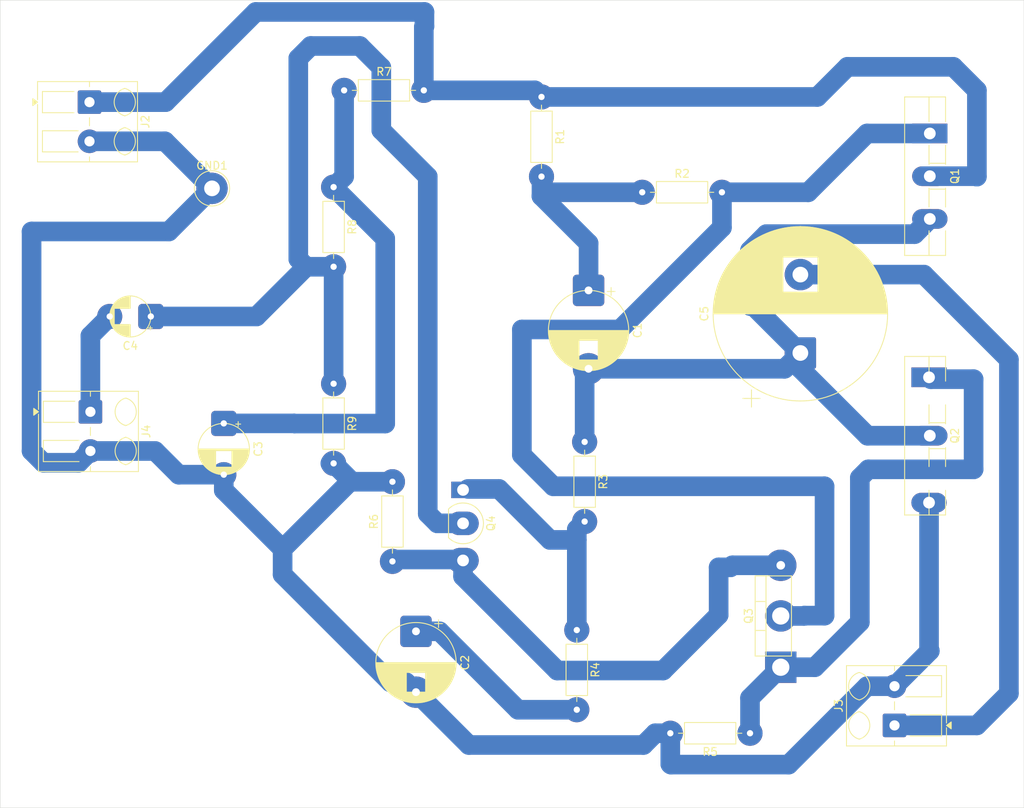
<source format=kicad_pcb>
(kicad_pcb (version 20241229) (generator "pcbnew") (generator_version "9.0")
  (layers (0 "F.Cu" signal) (2 "B.Cu" signal) (13 "F.Paste" user) (15 "B.Paste" user) (5 "F.SilkS" user "F.Silkscreen") (7 "B.SilkS" user "B.Silkscreen") (1 "F.Mask" user) (3 "B.Mask" user) (25 "Edge.Cuts" user))
  (net 0 "")
  (net 1 "Net-(Q1-E)")
  (net 2 "Net-(C1-Pad1)")
  (net 3 "GND")
  (net 4 "Net-(C2-Pad1)")
  (net 5 "Net-(C3-Pad1)")
  (net 6 "Net-(Q4-B)")
  (net 7 "Net-(J4-Pin_1)")
  (net 8 "Net-(J3-Pin_1)")
  (net 9 "Net-(J2-Pin_1)")
  (net 10 "Net-(Q1-B)")
  (net 11 "Net-(Q2-B)")
  (net 12 "Net-(Q3-B)")
  (net 13 "Net-(Q4-C)")
  (footprint "Capacitor_THT:CP_Radial_D5.0mm_P2.00mm" (layer "F.Cu") (at 20 42 180)
    (property "Reference" "C4" (at 1 -3.75 0) (layer "F.SilkS"))
    (property "Value" "10u")
    (pad "1" thru_hole roundrect (at -1.62 0 180) (size 3.2 3.2) (drill 0.8) (layers "*.Cu" "*.Mask") (roundrect_rratio 0.15625) (net 6 "Net-(Q4-B)"))
    (pad "2" thru_hole circle (at 3.62 0 180) (size 3.2 3.2) (drill 0.8) (layers "*.Cu" "*.Mask") (net 7 "Net-(J4-Pin_1)"))
  )
  (footprint "Resistor_THT:R_Axial_DIN0207_L6.3mm_D2.5mm_P10.16mm_Horizontal" (layer "F.Cu") (at 75.92 82 -90)
    (property "Reference" "R4" (at 5.08 -2.37 90) (layer "F.SilkS"))
    (property "Value" "220R")
    (pad "1" thru_hole circle (at 0 0 270) (size 3.2 3.2) (drill 0.8) (layers "*.Cu" "*.Mask") (net 13 "Net-(Q4-C)"))
    (pad "2" thru_hole circle (at 10.16 0 270) (size 3.2 3.2) (drill 0.8) (layers "*.Cu" "*.Mask") (net 4 "Net-(C2-Pad1)"))
  )
  (footprint "TerminalBlock_Altech:Altech_AK300_1x02_P5.00mm_45-Degree" (layer "F.Cu") (at 13.92 54.16 -90)
    (property "Reference" "J4" (at 2.5 -7.12 90) (layer "F.SilkS"))
    (property "Value" "Audio In")
    (pad "1" thru_hole roundrect (at 0 0 270) (size 3 3) (drill 1.3) (layers "*.Cu" "*.Mask") (roundrect_rratio 0.083333) (net 7 "Net-(J4-Pin_1)"))
    (pad "2" thru_hole circle (at 5 0 270) (size 3 3) (drill 1.3) (layers "*.Cu" "*.Mask") (net 3 "GND"))
  )
  (footprint "Capacitor_THT:CP_Radial_D6.3mm_P2.50mm" (layer "F.Cu") (at 30.92 57.66 -90)
    (property "Reference" "C3" (at 1.25 -4.4 90) (layer "F.SilkS"))
    (property "Value" "100u")
    (pad "1" thru_hole roundrect (at -2.02 0 270) (size 3.2 3.2) (drill 0.8) (layers "*.Cu" "*.Mask") (roundrect_rratio 0.15625) (net 5 "Net-(C3-Pad1)"))
    (pad "2" thru_hole circle (at 4.52 0 270) (size 3.2 3.2) (drill 0.8) (layers "*.Cu" "*.Mask") (net 3 "GND"))
  )
  (footprint "Resistor_THT:R_Axial_DIN0207_L6.3mm_D2.5mm_P10.16mm_Horizontal" (layer "F.Cu") (at 71.42 14 -90)
    (property "Reference" "R1" (at 5.08 -2.37 90) (layer "F.SilkS"))
    (property "Value" "100R")
    (pad "1" thru_hole circle (at 0 0 270) (size 3.2 3.2) (drill 0.8) (layers "*.Cu" "*.Mask") (net 9 "Net-(J2-Pin_1)"))
    (pad "2" thru_hole circle (at 10.16 0 270) (size 3.2 3.2) (drill 0.8) (layers "*.Cu" "*.Mask") (net 2 "Net-(C1-Pad1)"))
  )
  (footprint "Resistor_THT:R_Axial_DIN0207_L6.3mm_D2.5mm_P10.16mm_Horizontal" (layer "F.Cu") (at 76.92 58 -90)
    (property "Reference" "R3" (at 5.08 -2.37 90) (layer "F.SilkS"))
    (property "Value" "2k7")
    (pad "1" thru_hole circle (at 0 0 270) (size 3.2 3.2) (drill 0.8) (layers "*.Cu" "*.Mask") (net 1 "Net-(Q1-E)"))
    (pad "2" thru_hole circle (at 10.16 0 270) (size 3.2 3.2) (drill 0.8) (layers "*.Cu" "*.Mask") (net 13 "Net-(Q4-C)"))
  )
  (footprint "Resistor_THT:R_Axial_DIN0207_L6.3mm_D2.5mm_P10.16mm_Horizontal" (layer "F.Cu") (at 46.26 13.16)
    (property "Reference" "R7" (at 5.08 -2.37 0) (layer "F.SilkS"))
    (property "Value" "39k")
    (pad "1" thru_hole circle (at 0 0) (size 3.2 3.2) (drill 0.8) (layers "*.Cu" "*.Mask") (net 5 "Net-(C3-Pad1)"))
    (pad "2" thru_hole circle (at 10.16 0) (size 3.2 3.2) (drill 0.8) (layers "*.Cu" "*.Mask") (net 9 "Net-(J2-Pin_1)"))
  )
  (footprint "TestPoint:TestPoint_THTPad_D4.0mm_Drill2.0mm" (layer "F.Cu") (at 29.42 25.66)
    (property "Reference" "GND1" (at 0 -2.898 0) (layer "F.SilkS"))
    (property "Value" "GROUND STAR")
    (pad "1" thru_hole circle (at 0 0) (size 4 4) (drill 2) (layers "*.Cu" "*.Mask") (net 3 "GND"))
  )
  (footprint "TerminalBlock_Altech:Altech_AK300_1x02_P5.00mm_45-Degree" (layer "F.Cu") (at 116.42 94.16 90)
    (property "Reference" "J3" (at 2.5 -7.12 90) (layer "F.SilkS"))
    (property "Value" "Audio Out")
    (pad "1" thru_hole roundrect (at 0 0 90) (size 3 3) (drill 1.3) (layers "*.Cu" "*.Mask") (roundrect_rratio 0.083333) (net 8 "Net-(J3-Pin_1)"))
    (pad "2" thru_hole circle (at 5 0 90) (size 3 3) (drill 1.3) (layers "*.Cu" "*.Mask") (net 3 "GND"))
  )
  (footprint "Package_TO_SOT_THT:TO-92_Inline" (layer "F.Cu") (at 61.42 67.12 -90)
    (property "Reference" "Q4" (at 1.27 -3.56 90) (layer "F.SilkS"))
    (property "Value" "BC556")
    (pad "1" thru_hole rect (at -3 0 270) (size 2.1 3) (drill 1.5) (layers "*.Cu" "*.Mask") (net 13 "Net-(Q4-C)"))
    (pad "2" thru_hole oval (at 1.27 0 270) (size 3 4) (drill 1.5) (layers "*.Cu" "*.Mask") (net 6 "Net-(Q4-B)"))
    (pad "3" thru_hole oval (at 6 0 270) (size 3.2 4) (drill 1.5) (layers "*.Cu" "*.Mask") (net 12 "Net-(Q3-B)"))
  )
  (footprint "Capacitor_THT:CP_Radial_D10.0mm_P5.00mm" (layer "F.Cu") (at 55.42 83.66 -90)
    (property "Reference" "C2" (at 2.5 -6.25 90) (layer "F.SilkS"))
    (property "Value" "330u")
    (pad "1" thru_hole roundrect (at -1.5 0 270) (size 4 4) (drill 1) (layers "*.Cu" "*.Mask") (roundrect_rratio 0.125) (net 4 "Net-(C2-Pad1)"))
    (pad "2" thru_hole circle (at 6.26 0 270) (size 4 4) (drill 1) (layers "*.Cu" "*.Mask") (net 3 "GND"))
  )
  (footprint "Resistor_THT:R_Axial_DIN0207_L6.3mm_D2.5mm_P10.16mm_Horizontal" (layer "F.Cu") (at 44.92 50.58 -90)
    (property "Reference" "R9" (at 5.08 -2.37 90) (layer "F.SilkS"))
    (property "Value" "100k")
    (pad "1" thru_hole circle (at 0 0 270) (size 3.2 3.2) (drill 0.8) (layers "*.Cu" "*.Mask") (net 6 "Net-(Q4-B)"))
    (pad "2" thru_hole circle (at 10.16 0 270) (size 3.2 3.2) (drill 0.8) (layers "*.Cu" "*.Mask") (net 3 "GND"))
  )
  (footprint "Package_TO_SOT_THT:TO-220-3_Vertical" (layer "F.Cu") (at 101.92 82.74 90)
    (property "Reference" "Q3" (at 2.54 -4.1 90) (layer "F.SilkS"))
    (property "Value" "MJE340")
    (pad "1" thru_hole rect (at -4 0 90) (size 4 4) (drill 2.2) (layers "*.Cu" "*.Mask") (net 11 "Net-(Q2-B)"))
    (pad "2" thru_hole oval (at 2.54 0 90) (size 4 4) (drill 2.2) (layers "*.Cu" "*.Mask") (net 10 "Net-(Q1-B)"))
    (pad "3" thru_hole oval (at 9 0 90) (size 4 4) (drill 1.1) (layers "*.Cu" "*.Mask") (net 12 "Net-(Q3-B)"))
  )
  (footprint "Package_TO_SOT_THT:TO-264-3_Vertical" (layer "F.Cu") (at 120.92 18.66 -90)
    (property "Reference" "Q1" (at 5.45 -3.2 90) (layer "F.SilkS"))
    (property "Value" "2SC5200")
    (pad "1" thru_hole rect (at 0 0 270) (size 2.5 4.5) (drill 1.5) (layers "*.Cu" "*.Mask") (net 10 "Net-(Q1-B)"))
    (pad "2" thru_hole oval (at 5.45 0 270) (size 2.5 4.5) (drill 1.5) (layers "*.Cu" "*.Mask") (net 9 "Net-(J2-Pin_1)"))
    (pad "3" thru_hole oval (at 10.9 0 270) (size 2.5 4.5) (drill 1.5) (layers "*.Cu" "*.Mask") (net 1 "Net-(Q1-E)"))
  )
  (footprint "Resistor_THT:R_Axial_DIN0207_L6.3mm_D2.5mm_P10.16mm_Horizontal" (layer "F.Cu") (at 44.92 25.5 -90)
    (property "Reference" "R8" (at 5.08 -2.37 90) (layer "F.SilkS"))
    (property "Value" "100k")
    (pad "1" thru_hole circle (at 0 0 270) (size 3.2 3.2) (drill 0.8) (layers "*.Cu" "*.Mask") (net 5 "Net-(C3-Pad1)"))
    (pad "2" thru_hole circle (at 10.16 0 270) (size 3.2 3.2) (drill 0.8) (layers "*.Cu" "*.Mask") (net 6 "Net-(Q4-B)"))
  )
  (footprint "Resistor_THT:R_Axial_DIN0207_L6.3mm_D2.5mm_P10.16mm_Horizontal" (layer "F.Cu") (at 84.26 26.16)
    (property "Reference" "R2" (at 5.08 -2.37 0) (layer "F.SilkS"))
    (property "Value" "560R")
    (pad "1" thru_hole circle (at 0 0) (size 3.2 3.2) (drill 0.8) (layers "*.Cu" "*.Mask") (net 2 "Net-(C1-Pad1)"))
    (pad "2" thru_hole circle (at 10.16 0) (size 3.2 3.2) (drill 0.8) (layers "*.Cu" "*.Mask") (net 10 "Net-(Q1-B)"))
  )
  (footprint "Resistor_THT:R_Axial_DIN0207_L6.3mm_D2.5mm_P10.16mm_Horizontal" (layer "F.Cu") (at 52.42 73.24 90)
    (property "Reference" "R6" (at 5.08 -2.37 90) (layer "F.SilkS"))
    (property "Value" "2k")
    (pad "1" thru_hole circle (at 0 0 90) (size 3.2 3.2) (drill 0.8) (layers "*.Cu" "*.Mask") (net 12 "Net-(Q3-B)"))
    (pad "2" thru_hole circle (at 10.16 0 90) (size 3.2 3.2) (drill 0.8) (layers "*.Cu" "*.Mask") (net 3 "GND"))
  )
  (footprint "Capacitor_THT:CP_Radial_D10.0mm_P5.00mm" (layer "F.Cu") (at 77.42 41.292323 -90)
    (property "Reference" "C1" (at 2.5 -6.25 90) (layer "F.SilkS"))
    (property "Value" "330u")
    (pad "1" thru_hole roundrect (at -2.62 0 270) (size 4 4) (drill 1) (layers "*.Cu" "*.Mask") (roundrect_rratio 0.125) (net 2 "Net-(C1-Pad1)"))
    (pad "2" thru_hole circle (at 7.38 0 270) (size 4 4) (drill 1) (layers "*.Cu" "*.Mask") (net 1 "Net-(Q1-E)"))
  )
  (footprint "Capacitor_THT:CP_Radial_D22.0mm_P10.00mm_SnapIn" (layer "F.Cu") (at 104.42 46.66 90)
    (property "Reference" "C5" (at 5 -12.25 90) (layer "F.SilkS"))
    (property "Value" "4700 µF x 50 V")
    (pad "1" thru_hole roundrect (at 0 0 90) (size 4 4) (drill 2) (layers "*.Cu" "*.Mask") (roundrect_rratio 0.0625) (net 1 "Net-(Q1-E)"))
    (pad "2" thru_hole circle (at 10 0 90) (size 4 4) (drill 2) (layers "*.Cu" "*.Mask") (net 8 "Net-(J3-Pin_1)"))
  )
  (footprint "Package_TO_SOT_THT:TO-264-3_Vertical" (layer "F.Cu") (at 120.92 51.76 -90)
    (property "Reference" "Q2" (at 5.45 -3.2 90) (layer "F.SilkS"))
    (property "Value" "2SC5200")
    (pad "1" thru_hole rect (at -2 0.1 270) (size 2.5 4.5) (drill 1.5) (layers "*.Cu" "*.Mask") (net 11 "Net-(Q2-B)"))
    (pad "2" thru_hole oval (at 5.45 0 270) (size 2.5 4.5) (drill 1.5) (layers "*.Cu" "*.Mask") (net 1 "Net-(Q1-E)"))
    (pad "3" thru_hole oval (at 13.985 0.1 270) (size 2.5 4.5) (drill 1.5) (layers "*.Cu" "*.Mask") (net 3 "GND"))
  )
  (footprint "TerminalBlock_Altech:Altech_AK300_1x02_P5.00mm_45-Degree" (layer "F.Cu") (at 13.8025 14.66 -90)
    (property "Reference" "J2" (at 2.5 -7.12 90) (layer "F.SilkS"))
    (property "Value" "Power In")
    (pad "1" thru_hole roundrect (at 0 0 270) (size 3 3) (drill 1.3) (layers "*.Cu" "*.Mask") (roundrect_rratio 0.083333) (net 9 "Net-(J2-Pin_1)"))
    (pad "2" thru_hole circle (at 5 0 270) (size 3 3) (drill 1.3) (layers "*.Cu" "*.Mask") (net 3 "GND"))
  )
  (footprint "Resistor_THT:R_Axial_DIN0207_L6.3mm_D2.5mm_P10.16mm_Horizontal" (layer "F.Cu") (at 98 95.16 180)
    (property "Reference" "R5" (at 5.08 -2.37 0) (layer "F.SilkS"))
    (property "Value" "2k2")
    (pad "1" thru_hole circle (at 0 0 180) (size 3.2 3.2) (drill 0.8) (layers "*.Cu" "*.Mask") (net 11 "Net-(Q2-B)"))
    (pad "2" thru_hole circle (at 10.16 0 180) (size 3.2 3.2) (drill 0.8) (layers "*.Cu" "*.Mask") (net 3 "GND"))
  )
  (gr_rect (start 2.42 1.66) (end 132.92 104.66) (stroke (width 0.05)) (fill no) (layer "Edge.Cuts"))
  (segment (start 98 33.58) (end 100.08 31.5) (width 2.5) (layer "B.Cu") (net 1))
  (segment (start 100.08 31.5) (end 118.98 31.5) (width 2.5) (layer "B.Cu") (net 1))
  (segment (start 102.407677 48.672323) (end 104.42 46.66) (width 2.5) (layer "B.Cu") (net 1))
  (segment (start 98 40.66) (end 98 33.58) (width 2.5) (layer "B.Cu") (net 1))
  (segment (start 76.92 58) (end 76.92 49.172323) (width 2.5) (layer "B.Cu") (net 1))
  (segment (start 76.92 49.172323) (end 77.42 48.672323) (width 2.5) (layer "B.Cu") (net 1))
  (segment (start 104.42 48.66) (end 112.97 57.21) (width 2.5) (layer "B.Cu") (net 1))
  (segment (start 104.42 46.66) (end 98.42 40.66) (width 2.5) (layer "B.Cu") (net 1))
  (segment (start 98.42 40.66) (end 98 40.66) (width 2.5) (layer "B.Cu") (net 1))
  (segment (start 118.98 31.5) (end 120.92 29.56) (width 2.5) (layer "B.Cu") (net 1))
  (segment (start 112.97 57.21) (end 120.92 57.21) (width 2.5) (layer "B.Cu") (net 1))
  (segment (start 77.42 48.672323) (end 102.407677 48.672323) (width 2.5) (layer "B.Cu") (net 1))
  (segment (start 104.42 46.66) (end 104.42 48.66) (width 2.5) (layer "B.Cu") (net 1))
  (segment (start 71.42 26.66) (end 77.42 32.66) (width 2.5) (layer "B.Cu") (net 2))
  (segment (start 84.26 26.16) (end 71.92 26.16) (width 2.5) (layer "B.Cu") (net 2))
  (segment (start 77.42 32.66) (end 77.42 38.672323) (width 2.5) (layer "B.Cu") (net 2))
  (segment (start 71.92 26.16) (end 71.42 26.66) (width 2.5) (layer "B.Cu") (net 2))
  (segment (start 71.42 24.16) (end 71.42 26.66) (width 2.5) (layer "B.Cu") (net 2))
  (segment (start 7.92 60.66) (end 12.42 60.66) (width 2.5) (layer "B.Cu") (net 3))
  (segment (start 87.84 95.16) (end 87.84 99.08) (width 2.5) (layer "B.Cu") (net 3))
  (segment (start 22.16 59.16) (end 25.18 62.18) (width 2.5) (layer "B.Cu") (net 3))
  (segment (start 44.92 60.74) (end 44.5 60.74) (width 2.5) (layer "B.Cu") (net 3))
  (segment (start 120.92 84.66) (end 120.82 84.56) (width 2.5) (layer "B.Cu") (net 3))
  (segment (start 30.92 62.18) (end 30.92 64.16) (width 2.5) (layer "B.Cu") (net 3))
  (segment (start 120.92 84.66) (end 116.42 89.16) (width 2.5) (layer "B.Cu") (net 3))
  (segment (start 54.16 88.66) (end 62.16 96.66) (width 2.5) (layer "B.Cu") (net 3))
  (segment (start 38.42 74.92) (end 52.16 88.66) (width 2.5) (layer "B.Cu") (net 3))
  (segment (start 87.84 99.08) (end 87.92 99.16) (width 2.5) (layer "B.Cu") (net 3))
  (segment (start 30.92 64.16) (end 38.42 71.66) (width 2.5) (layer "B.Cu") (net 3))
  (segment (start 23.92 31.16) (end 6.42 31.16) (width 2.5) (layer "B.Cu") (net 3))
  (segment (start 47.26 63.08) (end 44.92 60.74) (width 2.5) (layer "B.Cu") (net 3))
  (segment (start 87.92 99.16) (end 102.92 99.16) (width 2.5) (layer "B.Cu") (net 3))
  (segment (start 13.92 59.16) (end 22.16 59.16) (width 2.5) (layer "B.Cu") (net 3))
  (segment (start 25.18 62.18) (end 30.92 62.18) (width 2.5) (layer "B.Cu") (net 3))
  (segment (start 38.42 71.66) (end 38.42 74.92) (width 2.5) (layer "B.Cu") (net 3))
  (segment (start 52.42 63.08) (end 47.26 63.08) (width 2.5) (layer "B.Cu") (net 3))
  (segment (start 12.42 60.66) (end 13.92 59.16) (width 2.5) (layer "B.Cu") (net 3))
  (segment (start 29.42 25.66) (end 23.92 31.16) (width 2.5) (layer "B.Cu") (net 3))
  (segment (start 47 63.08) (end 38.42 71.66) (width 2.5) (layer "B.Cu") (net 3))
  (segment (start 23.42 19.66) (end 13.8025 19.66) (width 2.5) (layer "B.Cu") (net 3))
  (segment (start 52.16 88.66) (end 54.16 88.66) (width 2.5) (layer "B.Cu") (net 3))
  (segment (start 120.82 84.56) (end 120.82 65.745) (width 2.5) (layer "B.Cu") (net 3))
  (segment (start 112.92 89.16) (end 116.42 89.16) (width 2.5) (layer "B.Cu") (net 3))
  (segment (start 62.16 96.66) (end 84.42 96.66) (width 2.5) (layer "B.Cu") (net 3))
  (segment (start 102.92 99.16) (end 112.92 89.16) (width 2.5) (layer "B.Cu") (net 3))
  (segment (start 6.42 59.16) (end 7.92 60.66) (width 2.5) (layer "B.Cu") (net 3))
  (segment (start 84.42 96.66) (end 85.92 95.16) (width 2.5) (layer "B.Cu") (net 3))
  (segment (start 47.26 63.08) (end 47 63.08) (width 2.5) (layer "B.Cu") (net 3))
  (segment (start 6.42 31.16) (end 6.42 59.16) (width 2.5) (layer "B.Cu") (net 3))
  (segment (start 85.92 95.16) (end 87.84 95.16) (width 2.5) (layer "B.Cu") (net 3))
  (segment (start 29.42 25.66) (end 23.42 19.66) (width 2.5) (layer "B.Cu") (net 3))
  (segment (start 55.42 82.16) (end 58.42 82.16) (width 2.5) (layer "B.Cu") (net 4))
  (segment (start 68.42 92.16) (end 75.92 92.16) (width 2.5) (layer "B.Cu") (net 4))
  (segment (start 58.42 82.16) (end 68.42 92.16) (width 2.5) (layer "B.Cu") (net 4))
  (segment (start 39.9 55.64) (end 39.92 55.66) (width 2.5) (layer "B.Cu") (net 5))
  (segment (start 30.92 55.64) (end 39.9 55.64) (width 2.5) (layer "B.Cu") (net 5))
  (segment (start 51.5 55.66) (end 51.5 32.08) (width 2.5) (layer "B.Cu") (net 5))
  (segment (start 46.26 24.16) (end 44.92 25.5) (width 2.5) (layer "B.Cu") (net 5))
  (segment (start 39.92 55.66) (end 51.5 55.66) (width 2.5) (layer "B.Cu") (net 5))
  (segment (start 46.26 13.16) (end 46.26 24.16) (width 2.5) (layer "B.Cu") (net 5))
  (segment (start 51.5 32.08) (end 44.92 25.5) (width 2.5) (layer "B.Cu") (net 5))
  (segment (start 51 10.24) (end 51 18.24) (width 2.5) (layer "B.Cu") (net 6))
  (segment (start 51 18.24) (end 56.92 24.16) (width 2.5) (layer "B.Cu") (net 6))
  (segment (start 42 7.5) (end 48.26 7.5) (width 2.5) (layer "B.Cu") (net 6))
  (segment (start 40.42 9.08) (end 42 7.5) (width 2.5) (layer "B.Cu") (net 6))
  (segment (start 44.92 35.66) (end 44.92 50.58) (width 2.5) (layer "B.Cu") (net 6))
  (segment (start 35.08 42) (end 21.62 42) (width 2.5) (layer "B.Cu") (net 6))
  (segment (start 56.92 24.16) (end 56.92 67.16) (width 2.5) (layer "B.Cu") (net 6))
  (segment (start 56.92 67.16) (end 58.15 68.39) (width 2.5) (layer "B.Cu") (net 6))
  (segment (start 40.42 34.66) (end 40.42 9.08) (width 2.5) (layer "B.Cu") (net 6))
  (segment (start 48.26 7.5) (end 51 10.24) (width 2.5) (layer "B.Cu") (net 6))
  (segment (start 41.42 35.66) (end 35.08 42) (width 2.5) (layer "B.Cu") (net 6))
  (segment (start 58.15 68.39) (end 61.42 68.39) (width 2.5) (layer "B.Cu") (net 6))
  (segment (start 41.42 35.66) (end 40.42 34.66) (width 2.5) (layer "B.Cu") (net 6))
  (segment (start 41.42 35.66) (end 44.92 35.66) (width 2.5) (layer "B.Cu") (net 6))
  (segment (start 13.92 54.16) (end 13.92 44.46) (width 2.5) (layer "B.Cu") (net 7))
  (segment (start 13.92 44.46) (end 16.38 42) (width 2.5) (layer "B.Cu") (net 7))
  (segment (start 131 90.08) (end 126.92 94.16) (width 2.5) (layer "B.Cu") (net 8))
  (segment (start 104.42 36.66) (end 120.16 36.66) (width 2.5) (layer "B.Cu") (net 8))
  (segment (start 126.92 94.16) (end 116.42 94.16) (width 2.5) (layer "B.Cu") (net 8))
  (segment (start 120.16 36.66) (end 131 47.5) (width 2.5) (layer "B.Cu") (net 8))
  (segment (start 131 47.5) (end 131 90.08) (width 2.5) (layer "B.Cu") (net 8))
  (segment (start 13.8025 14.66) (end 23.501 14.66) (width 2.5) (layer "B.Cu") (net 9))
  (segment (start 126.92 24.16) (end 126.87 24.11) (width 2.5) (layer "B.Cu") (net 9))
  (segment (start 110.42 10.16) (end 123.92 10.16) (width 2.5) (layer "B.Cu") (net 9))
  (segment (start 56.42 5.08) (end 56.42 13.16) (width 2.5) (layer "B.Cu") (net 9))
  (segment (start 56.5 3.161) (end 56.5 5) (width 2.5) (layer "B.Cu") (net 9))
  (segment (start 71.42 14) (end 106.58 14) (width 2.5) (layer "B.Cu") (net 9))
  (segment (start 23.501 14.66) (end 35 3.161) (width 2.5) (layer "B.Cu") (net 9))
  (segment (start 126.87 24.11) (end 120.92 24.11) (width 2.5) (layer "B.Cu") (net 9))
  (segment (start 123.92 10.16) (end 126.92 13.16) (width 2.5) (layer "B.Cu") (net 9))
  (segment (start 56.42 13.16) (end 70.58 13.16) (width 2.5) (layer "B.Cu") (net 9))
  (segment (start 70.58 13.16) (end 71.42 14) (width 2.5) (layer "B.Cu") (net 9))
  (segment (start 126.92 13.16) (end 126.92 24.16) (width 2.5) (layer "B.Cu") (net 9))
  (segment (start 35 3.161) (end 56.5 3.161) (width 2.5) (layer "B.Cu") (net 9))
  (segment (start 56.5 5) (end 56.42 5.08) (width 2.5) (layer "B.Cu") (net 9))
  (segment (start 106.58 14) (end 110.42 10.16) (width 2.5) (layer "B.Cu") (net 9))
  (segment (start 94.42 30.66) (end 81.42 43.66) (width 2.5) (layer "B.Cu") (net 10))
  (segment (start 68.92 59.66) (end 72.92 63.66) (width 2.5) (layer "B.Cu") (net 10))
  (segment (start 105.42 26.16) (end 112.92 18.66) (width 2.5) (layer "B.Cu") (net 10))
  (segment (start 94.42 26.16) (end 94.42 30.66) (width 2.5) (layer "B.Cu") (net 10))
  (segment (start 104.88 80.2) (end 101.92 80.2) (width 2.5) (layer "B.Cu") (net 10))
  (segment (start 72.92 63.66) (end 107.5 63.66) (width 2.5) (layer "B.Cu") (net 10))
  (segment (start 81.42 43.66) (end 68.92 43.66) (width 2.5) (layer "B.Cu") (net 10))
  (segment (start 68.92 43.66) (end 68.92 59.66) (width 2.5) (layer "B.Cu") (net 10))
  (segment (start 112.92 18.66) (end 120.92 18.66) (width 2.5) (layer "B.Cu") (net 10))
  (segment (start 107.5 80.16) (end 104.92 80.16) (width 2.5) (layer "B.Cu") (net 10))
  (segment (start 107.5 63.66) (end 107.5 80.16) (width 2.5) (layer "B.Cu") (net 10))
  (segment (start 104.92 80.16) (end 104.88 80.2) (width 2.5) (layer "B.Cu") (net 10))
  (segment (start 94.42 26.16) (end 105.42 26.16) (width 2.5) (layer "B.Cu") (net 10))
  (segment (start 98 95.16) (end 98 90.66) (width 2.5) (layer "B.Cu") (net 11))
  (segment (start 98 90.66) (end 101.92 86.74) (width 2.5) (layer "B.Cu") (net 11))
  (segment (start 121.06 50) (end 120.82 49.76) (width 2.5) (layer "B.Cu") (net 11))
  (segment (start 112 62.58) (end 113.08 61.5) (width 2.5) (layer "B.Cu") (net 11))
  (segment (start 126.5 61.5) (end 126.5 50) (width 2.5) (layer "B.Cu") (net 11))
  (segment (start 112 81) (end 112 62.58) (width 2.5) (layer "B.Cu") (net 11))
  (segment (start 101.92 86.74) (end 106.26 86.74) (width 2.5) (layer "B.Cu") (net 11))
  (segment (start 113.08 61.5) (end 126.5 61.5) (width 2.5) (layer "B.Cu") (net 11))
  (segment (start 126.5 50) (end 121.06 50) (width 2.5) (layer "B.Cu") (net 11))
  (segment (start 106.26 86.74) (end 112 81) (width 2.5) (layer "B.Cu") (net 11))
  (segment (start 94 80.08) (end 86.92 87.16) (width 2.5) (layer "B.Cu") (net 12))
  (segment (start 61.42 75.16) (end 61.42 73) (width 2.5) (layer "B.Cu") (net 12))
  (segment (start 52.66 73) (end 52.42 73.24) (width 2.5) (layer "B.Cu") (net 12))
  (segment (start 61.42 73) (end 52.66 73) (width 2.5) (layer "B.Cu") (net 12))
  (segment (start 95.5 74) (end 94 74) (width 2.5) (layer "B.Cu") (net 12))
  (segment (start 101.92 73.74) (end 95.76 73.74) (width 2.5) (layer "B.Cu") (net 12))
  (segment (start 94 74) (end 94 80.08) (width 2.5) (layer "B.Cu") (net 12))
  (segment (start 73.42 87.16) (end 61.42 75.16) (width 2.5) (layer "B.Cu") (net 12))
  (segment (start 86.92 87.16) (end 73.42 87.16) (width 2.5) (layer "B.Cu") (net 12))
  (segment (start 95.76 73.74) (end 95.5 74) (width 2.5) (layer "B.Cu") (net 12))
  (segment (start 75.92 70.5) (end 75.92 69.16) (width 2.5) (layer "B.Cu") (net 13))
  (segment (start 66 64) (end 62.04 64) (width 2.5) (layer "B.Cu") (net 13))
  (segment (start 75.92 69.16) (end 76.92 68.16) (width 2.5) (layer "B.Cu") (net 13))
  (segment (start 75.92 82) (end 75.92 70.5) (width 2.5) (layer "B.Cu") (net 13))
  (segment (start 75.92 70.5) (end 72.5 70.5) (width 2.5) (layer "B.Cu") (net 13))
  (segment (start 72.5 70.5) (end 66 64) (width 2.5) (layer "B.Cu") (net 13))
)
</source>
